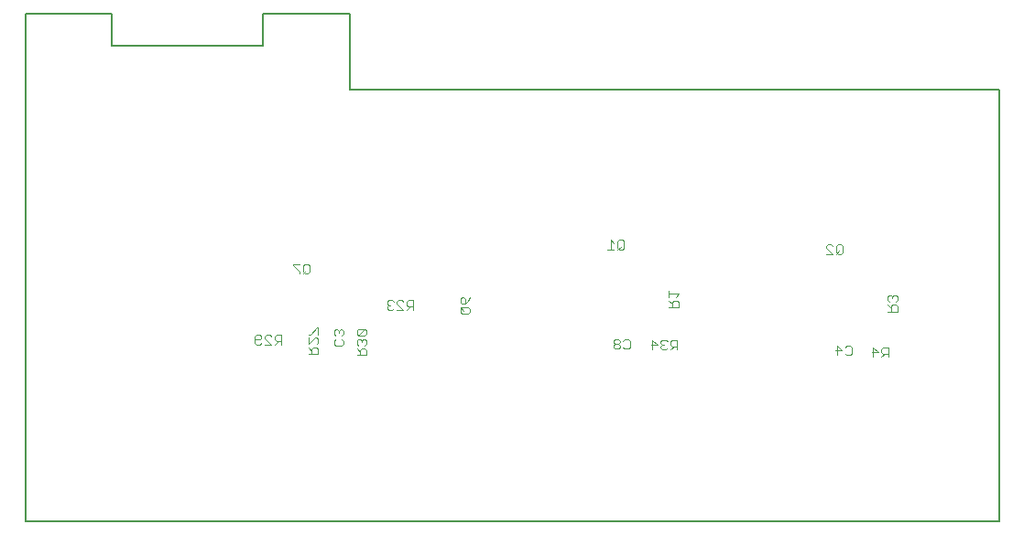
<source format=gbo>
G75*
%MOIN*%
%OFA0B0*%
%FSLAX25Y25*%
%IPPOS*%
%LPD*%
%AMOC8*
5,1,8,0,0,1.08239X$1,22.5*
%
%ADD10C,0.00591*%
%ADD11C,0.00400*%
D10*
X0001394Y0001394D02*
X0001394Y0186433D01*
X0032890Y0186433D01*
X0032890Y0174622D01*
X0088008Y0174622D01*
X0088008Y0186433D01*
X0119504Y0186433D01*
X0119504Y0158874D01*
X0355724Y0158874D01*
X0355724Y0001394D01*
X0001394Y0001394D01*
D11*
X0104495Y0062360D02*
X0108035Y0062360D01*
X0108035Y0064130D01*
X0107445Y0064720D01*
X0106265Y0064720D01*
X0105675Y0064130D01*
X0105675Y0062360D01*
X0105675Y0063540D02*
X0104495Y0064720D01*
X0104495Y0065985D02*
X0106855Y0068345D01*
X0107445Y0068345D01*
X0108035Y0067755D01*
X0108035Y0066575D01*
X0107445Y0065985D01*
X0104495Y0065985D02*
X0104495Y0068345D01*
X0104495Y0069610D02*
X0105085Y0069610D01*
X0107445Y0071970D01*
X0108035Y0071970D01*
X0108035Y0069610D01*
X0113771Y0069695D02*
X0114361Y0069105D01*
X0113771Y0069695D02*
X0113771Y0070875D01*
X0114361Y0071465D01*
X0114951Y0071465D01*
X0115541Y0070875D01*
X0115541Y0070285D01*
X0115541Y0070875D02*
X0116131Y0071465D01*
X0116721Y0071465D01*
X0117311Y0070875D01*
X0117311Y0069695D01*
X0116721Y0069105D01*
X0116721Y0067840D02*
X0117311Y0067250D01*
X0117311Y0066070D01*
X0116721Y0065480D01*
X0114361Y0065480D01*
X0113771Y0066070D01*
X0113771Y0067250D01*
X0114361Y0067840D01*
X0122102Y0067361D02*
X0122102Y0066181D01*
X0122692Y0065591D01*
X0122102Y0064326D02*
X0123282Y0063146D01*
X0123282Y0063736D02*
X0123282Y0061966D01*
X0122102Y0061966D02*
X0125642Y0061966D01*
X0125642Y0063736D01*
X0125052Y0064326D01*
X0123872Y0064326D01*
X0123282Y0063736D01*
X0125052Y0065591D02*
X0125642Y0066181D01*
X0125642Y0067361D01*
X0125052Y0067951D01*
X0124462Y0067951D01*
X0123872Y0067361D01*
X0123282Y0067951D01*
X0122692Y0067951D01*
X0122102Y0067361D01*
X0123872Y0067361D02*
X0123872Y0066771D01*
X0122692Y0069217D02*
X0125052Y0069217D01*
X0125642Y0069807D01*
X0125642Y0070987D01*
X0125052Y0071577D01*
X0122692Y0069217D01*
X0122102Y0069807D01*
X0122102Y0070987D01*
X0122692Y0071577D01*
X0125052Y0071577D01*
X0133060Y0079093D02*
X0133650Y0078503D01*
X0134830Y0078503D01*
X0135420Y0079093D01*
X0136685Y0078503D02*
X0139045Y0078503D01*
X0136685Y0080863D01*
X0136685Y0081453D01*
X0137275Y0082043D01*
X0138455Y0082043D01*
X0139045Y0081453D01*
X0140310Y0081453D02*
X0140310Y0080273D01*
X0140900Y0079683D01*
X0142670Y0079683D01*
X0142670Y0078503D02*
X0142670Y0082043D01*
X0140900Y0082043D01*
X0140310Y0081453D01*
X0141490Y0079683D02*
X0140310Y0078503D01*
X0135420Y0081453D02*
X0134830Y0082043D01*
X0133650Y0082043D01*
X0133060Y0081453D01*
X0133060Y0080863D01*
X0133650Y0080273D01*
X0133060Y0079683D01*
X0133060Y0079093D01*
X0133650Y0080273D02*
X0134240Y0080273D01*
X0159731Y0079430D02*
X0160912Y0078250D01*
X0160321Y0077070D02*
X0162682Y0077070D01*
X0163272Y0077660D01*
X0163272Y0078840D01*
X0162682Y0079430D01*
X0160321Y0079430D01*
X0159731Y0078840D01*
X0159731Y0077660D01*
X0160321Y0077070D01*
X0160321Y0080695D02*
X0159731Y0081285D01*
X0159731Y0082465D01*
X0160321Y0083055D01*
X0160912Y0083055D01*
X0161502Y0082465D01*
X0161502Y0080695D01*
X0160321Y0080695D01*
X0161502Y0080695D02*
X0162682Y0081875D01*
X0163272Y0083055D01*
X0213338Y0100432D02*
X0215698Y0100432D01*
X0214518Y0100432D02*
X0214518Y0103972D01*
X0215698Y0102792D01*
X0216964Y0103382D02*
X0216964Y0101022D01*
X0217554Y0100432D01*
X0218734Y0100432D01*
X0219324Y0101022D01*
X0219324Y0103382D01*
X0218734Y0103972D01*
X0217554Y0103972D01*
X0216964Y0103382D01*
X0218144Y0101612D02*
X0216964Y0100432D01*
X0235708Y0085506D02*
X0235708Y0083146D01*
X0235708Y0084326D02*
X0239248Y0084326D01*
X0238068Y0083146D01*
X0238658Y0081881D02*
X0237478Y0081881D01*
X0236888Y0081291D01*
X0236888Y0079521D01*
X0236888Y0080701D02*
X0235708Y0081881D01*
X0235708Y0079521D02*
X0239248Y0079521D01*
X0239248Y0081291D01*
X0238658Y0081881D01*
X0221410Y0067280D02*
X0220820Y0067870D01*
X0219640Y0067870D01*
X0219050Y0067280D01*
X0217785Y0067280D02*
X0217195Y0067870D01*
X0216015Y0067870D01*
X0215425Y0067280D01*
X0215425Y0066690D01*
X0216015Y0066100D01*
X0217195Y0066100D01*
X0217785Y0066690D01*
X0217785Y0067280D01*
X0217195Y0066100D02*
X0217785Y0065510D01*
X0217785Y0064920D01*
X0217195Y0064330D01*
X0216015Y0064330D01*
X0215425Y0064920D01*
X0215425Y0065510D01*
X0216015Y0066100D01*
X0219050Y0064920D02*
X0219640Y0064330D01*
X0220820Y0064330D01*
X0221410Y0064920D01*
X0221410Y0067280D01*
X0229093Y0065824D02*
X0231453Y0065824D01*
X0229683Y0067594D01*
X0229683Y0064054D01*
X0232718Y0064644D02*
X0233308Y0064054D01*
X0234488Y0064054D01*
X0235078Y0064644D01*
X0236343Y0064054D02*
X0237523Y0065234D01*
X0236933Y0065234D02*
X0238703Y0065234D01*
X0238703Y0064054D02*
X0238703Y0067594D01*
X0236933Y0067594D01*
X0236343Y0067004D01*
X0236343Y0065824D01*
X0236933Y0065234D01*
X0235078Y0067004D02*
X0234488Y0067594D01*
X0233308Y0067594D01*
X0232718Y0067004D01*
X0232718Y0066414D01*
X0233308Y0065824D01*
X0232718Y0065234D01*
X0232718Y0064644D01*
X0233308Y0065824D02*
X0233898Y0065824D01*
X0296134Y0063738D02*
X0298494Y0063738D01*
X0296724Y0065508D01*
X0296724Y0061968D01*
X0299759Y0062558D02*
X0300349Y0061968D01*
X0301529Y0061968D01*
X0302119Y0062558D01*
X0302119Y0064918D01*
X0301529Y0065508D01*
X0300349Y0065508D01*
X0299759Y0064918D01*
X0309408Y0063068D02*
X0311768Y0063068D01*
X0309998Y0064838D01*
X0309998Y0061298D01*
X0313033Y0061298D02*
X0314213Y0062478D01*
X0313623Y0062478D02*
X0315393Y0062478D01*
X0315393Y0061298D02*
X0315393Y0064838D01*
X0313623Y0064838D01*
X0313033Y0064248D01*
X0313033Y0063068D01*
X0313623Y0062478D01*
X0315235Y0077946D02*
X0318775Y0077946D01*
X0318775Y0079716D01*
X0318185Y0080306D01*
X0317005Y0080306D01*
X0316415Y0079716D01*
X0316415Y0077946D01*
X0316415Y0079126D02*
X0315235Y0080306D01*
X0315825Y0081571D02*
X0315235Y0082161D01*
X0315235Y0083341D01*
X0315825Y0083931D01*
X0316415Y0083931D01*
X0317005Y0083341D01*
X0317005Y0082751D01*
X0317005Y0083341D02*
X0317595Y0083931D01*
X0318185Y0083931D01*
X0318775Y0083341D01*
X0318775Y0082161D01*
X0318185Y0081571D01*
X0298851Y0099447D02*
X0298261Y0098857D01*
X0297081Y0098857D01*
X0296491Y0099447D01*
X0296491Y0101808D01*
X0297081Y0102398D01*
X0298261Y0102398D01*
X0298851Y0101808D01*
X0298851Y0099447D01*
X0297671Y0100037D02*
X0296491Y0098857D01*
X0295226Y0098857D02*
X0292866Y0101217D01*
X0292866Y0101808D01*
X0293456Y0102398D01*
X0294636Y0102398D01*
X0295226Y0101808D01*
X0295226Y0098857D02*
X0292866Y0098857D01*
X0104851Y0094697D02*
X0104851Y0092337D01*
X0104261Y0091747D01*
X0103081Y0091747D01*
X0102491Y0092337D01*
X0102491Y0094697D01*
X0103081Y0095287D01*
X0104261Y0095287D01*
X0104851Y0094697D01*
X0103671Y0092927D02*
X0102491Y0091747D01*
X0101226Y0091747D02*
X0101226Y0092337D01*
X0098866Y0094697D01*
X0098866Y0095287D01*
X0101226Y0095287D01*
X0094639Y0069445D02*
X0092869Y0069445D01*
X0092279Y0068855D01*
X0092279Y0067675D01*
X0092869Y0067085D01*
X0094639Y0067085D01*
X0094639Y0065905D02*
X0094639Y0069445D01*
X0093459Y0067085D02*
X0092279Y0065905D01*
X0091013Y0065905D02*
X0088653Y0068265D01*
X0088653Y0068855D01*
X0089243Y0069445D01*
X0090423Y0069445D01*
X0091013Y0068855D01*
X0091013Y0065905D02*
X0088653Y0065905D01*
X0087388Y0066495D02*
X0086798Y0065905D01*
X0085618Y0065905D01*
X0085028Y0066495D01*
X0085028Y0068855D01*
X0085618Y0069445D01*
X0086798Y0069445D01*
X0087388Y0068855D01*
X0087388Y0068265D01*
X0086798Y0067675D01*
X0085028Y0067675D01*
M02*

</source>
